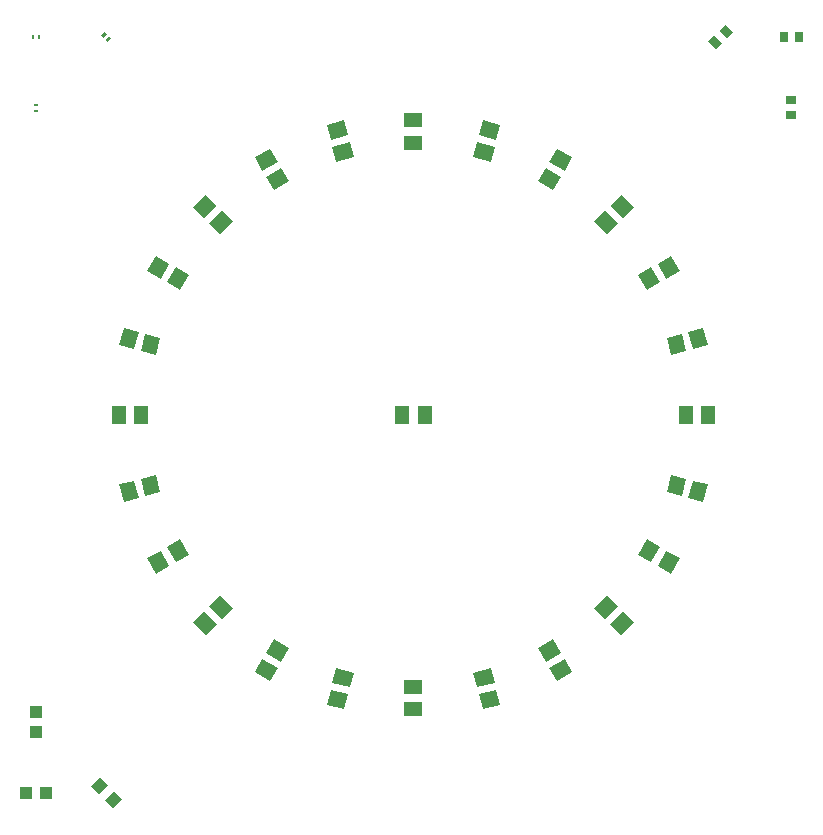
<source format=gtp>
G75*
%MOIN*%
%OFA0B0*%
%FSLAX25Y25*%
%IPPOS*%
%LPD*%
%AMOC8*
5,1,8,0,0,1.08239X$1,22.5*
%
%ADD10R,0.05118X0.05906*%
%ADD11R,0.05906X0.05118*%
%ADD12R,0.01102X0.01693*%
%ADD13R,0.01693X0.01102*%
%ADD14R,0.02756X0.03543*%
%ADD15R,0.03543X0.02756*%
%ADD16R,0.04331X0.03937*%
%ADD17R,0.03937X0.04331*%
D10*
G36*
X0096656Y0063799D02*
X0099215Y0068230D01*
X0104328Y0065277D01*
X0101769Y0060846D01*
X0096656Y0063799D01*
G37*
G36*
X0100396Y0070277D02*
X0102955Y0074708D01*
X0108068Y0071755D01*
X0105509Y0067324D01*
X0100396Y0070277D01*
G37*
G36*
X0076251Y0080426D02*
X0079870Y0084045D01*
X0084045Y0079870D01*
X0080426Y0076251D01*
X0076251Y0080426D01*
G37*
G36*
X0081541Y0085716D02*
X0085160Y0089335D01*
X0089335Y0085160D01*
X0085716Y0081541D01*
X0081541Y0085716D01*
G37*
G36*
X0060846Y0101769D02*
X0065277Y0104328D01*
X0068230Y0099215D01*
X0063799Y0096656D01*
X0060846Y0101769D01*
G37*
G36*
X0067324Y0105509D02*
X0071755Y0108068D01*
X0074708Y0102955D01*
X0070277Y0100396D01*
X0067324Y0105509D01*
G37*
G36*
X0051489Y0126373D02*
X0056432Y0127697D01*
X0057961Y0121993D01*
X0053018Y0120669D01*
X0051489Y0126373D01*
G37*
G36*
X0058714Y0128309D02*
X0063657Y0129633D01*
X0065186Y0123929D01*
X0060243Y0122605D01*
X0058714Y0128309D01*
G37*
X0058858Y0149606D03*
X0051378Y0149606D03*
G36*
X0060243Y0176608D02*
X0065186Y0175284D01*
X0063657Y0169580D01*
X0058714Y0170904D01*
X0060243Y0176608D01*
G37*
G36*
X0053018Y0178544D02*
X0057961Y0177220D01*
X0056432Y0171516D01*
X0051489Y0172840D01*
X0053018Y0178544D01*
G37*
G36*
X0070277Y0198816D02*
X0074708Y0196257D01*
X0071755Y0191144D01*
X0067324Y0193703D01*
X0070277Y0198816D01*
G37*
G36*
X0063799Y0202556D02*
X0068230Y0199997D01*
X0065277Y0194884D01*
X0060846Y0197443D01*
X0063799Y0202556D01*
G37*
G36*
X0085716Y0217672D02*
X0089335Y0214053D01*
X0085160Y0209878D01*
X0081541Y0213497D01*
X0085716Y0217672D01*
G37*
G36*
X0080426Y0222961D02*
X0084045Y0219342D01*
X0079870Y0215167D01*
X0076251Y0218786D01*
X0080426Y0222961D01*
G37*
G36*
X0101769Y0238367D02*
X0104328Y0233936D01*
X0099215Y0230983D01*
X0096656Y0235414D01*
X0101769Y0238367D01*
G37*
G36*
X0105509Y0231888D02*
X0108068Y0227457D01*
X0102955Y0224504D01*
X0100396Y0228935D01*
X0105509Y0231888D01*
G37*
G36*
X0128309Y0240498D02*
X0129633Y0235555D01*
X0123929Y0234026D01*
X0122605Y0238969D01*
X0128309Y0240498D01*
G37*
G36*
X0126373Y0247724D02*
X0127697Y0242781D01*
X0121993Y0241252D01*
X0120669Y0246195D01*
X0126373Y0247724D01*
G37*
G36*
X0176608Y0238969D02*
X0175284Y0234026D01*
X0169580Y0235555D01*
X0170904Y0240498D01*
X0176608Y0238969D01*
G37*
G36*
X0178544Y0246195D02*
X0177220Y0241252D01*
X0171516Y0242781D01*
X0172840Y0247724D01*
X0178544Y0246195D01*
G37*
G36*
X0202556Y0235414D02*
X0199997Y0230983D01*
X0194884Y0233936D01*
X0197443Y0238367D01*
X0202556Y0235414D01*
G37*
G36*
X0198816Y0228935D02*
X0196257Y0224504D01*
X0191144Y0227457D01*
X0193703Y0231888D01*
X0198816Y0228935D01*
G37*
G36*
X0222961Y0218786D02*
X0219342Y0215167D01*
X0215167Y0219342D01*
X0218786Y0222961D01*
X0222961Y0218786D01*
G37*
G36*
X0217672Y0213497D02*
X0214053Y0209878D01*
X0209878Y0214053D01*
X0213497Y0217672D01*
X0217672Y0213497D01*
G37*
G36*
X0238367Y0197443D02*
X0233936Y0194884D01*
X0230983Y0199997D01*
X0235414Y0202556D01*
X0238367Y0197443D01*
G37*
G36*
X0231888Y0193703D02*
X0227457Y0191144D01*
X0224504Y0196257D01*
X0228935Y0198816D01*
X0231888Y0193703D01*
G37*
G36*
X0247724Y0172840D02*
X0242781Y0171516D01*
X0241252Y0177220D01*
X0246195Y0178544D01*
X0247724Y0172840D01*
G37*
G36*
X0240498Y0170904D02*
X0235555Y0169580D01*
X0234026Y0175284D01*
X0238969Y0176608D01*
X0240498Y0170904D01*
G37*
X0240354Y0149606D03*
X0247835Y0149606D03*
G36*
X0238969Y0122605D02*
X0234026Y0123929D01*
X0235555Y0129633D01*
X0240498Y0128309D01*
X0238969Y0122605D01*
G37*
G36*
X0246195Y0120669D02*
X0241252Y0121993D01*
X0242781Y0127697D01*
X0247724Y0126373D01*
X0246195Y0120669D01*
G37*
G36*
X0228935Y0100396D02*
X0224504Y0102955D01*
X0227457Y0108068D01*
X0231888Y0105509D01*
X0228935Y0100396D01*
G37*
G36*
X0235414Y0096656D02*
X0230983Y0099215D01*
X0233936Y0104328D01*
X0238367Y0101769D01*
X0235414Y0096656D01*
G37*
G36*
X0213497Y0081541D02*
X0209878Y0085160D01*
X0214053Y0089335D01*
X0217672Y0085716D01*
X0213497Y0081541D01*
G37*
G36*
X0218786Y0076251D02*
X0215167Y0079870D01*
X0219342Y0084045D01*
X0222961Y0080426D01*
X0218786Y0076251D01*
G37*
G36*
X0197443Y0060846D02*
X0194884Y0065277D01*
X0199997Y0068230D01*
X0202556Y0063799D01*
X0197443Y0060846D01*
G37*
G36*
X0193703Y0067324D02*
X0191144Y0071755D01*
X0196257Y0074708D01*
X0198816Y0070277D01*
X0193703Y0067324D01*
G37*
G36*
X0172840Y0051489D02*
X0171516Y0056432D01*
X0177220Y0057961D01*
X0178544Y0053018D01*
X0172840Y0051489D01*
G37*
G36*
X0170904Y0058714D02*
X0169580Y0063657D01*
X0175284Y0065186D01*
X0176608Y0060243D01*
X0170904Y0058714D01*
G37*
G36*
X0122605Y0060243D02*
X0123929Y0065186D01*
X0129633Y0063657D01*
X0128309Y0058714D01*
X0122605Y0060243D01*
G37*
G36*
X0120669Y0053018D02*
X0121993Y0057961D01*
X0127697Y0056432D01*
X0126373Y0051489D01*
X0120669Y0053018D01*
G37*
X0145866Y0149606D03*
X0153346Y0149606D03*
D11*
X0149606Y0240354D03*
X0149606Y0247835D03*
X0149606Y0058858D03*
X0149606Y0051378D03*
D12*
G36*
X0047746Y0273894D02*
X0046967Y0274673D01*
X0048162Y0275868D01*
X0048941Y0275089D01*
X0047746Y0273894D01*
G37*
G36*
X0046326Y0275313D02*
X0045547Y0276092D01*
X0046742Y0277287D01*
X0047521Y0276508D01*
X0046326Y0275313D01*
G37*
X0024626Y0275591D03*
X0022618Y0275591D03*
D13*
X0023622Y0252972D03*
X0023622Y0250965D03*
D14*
G36*
X0252385Y0273504D02*
X0250436Y0271555D01*
X0247933Y0274058D01*
X0249882Y0276007D01*
X0252385Y0273504D01*
G37*
G36*
X0256004Y0277123D02*
X0254055Y0275174D01*
X0251552Y0277677D01*
X0253501Y0279626D01*
X0256004Y0277123D01*
G37*
X0273031Y0275591D03*
X0278150Y0275591D03*
D15*
X0275591Y0254528D03*
X0275591Y0249409D03*
D16*
X0023622Y0050591D03*
X0023622Y0043898D03*
D17*
X0020276Y0023622D03*
X0026969Y0023622D03*
G36*
X0044739Y0023066D02*
X0041956Y0025849D01*
X0045017Y0028910D01*
X0047800Y0026127D01*
X0044739Y0023066D01*
G37*
G36*
X0049471Y0018334D02*
X0046688Y0021117D01*
X0049749Y0024178D01*
X0052532Y0021395D01*
X0049471Y0018334D01*
G37*
M02*

</source>
